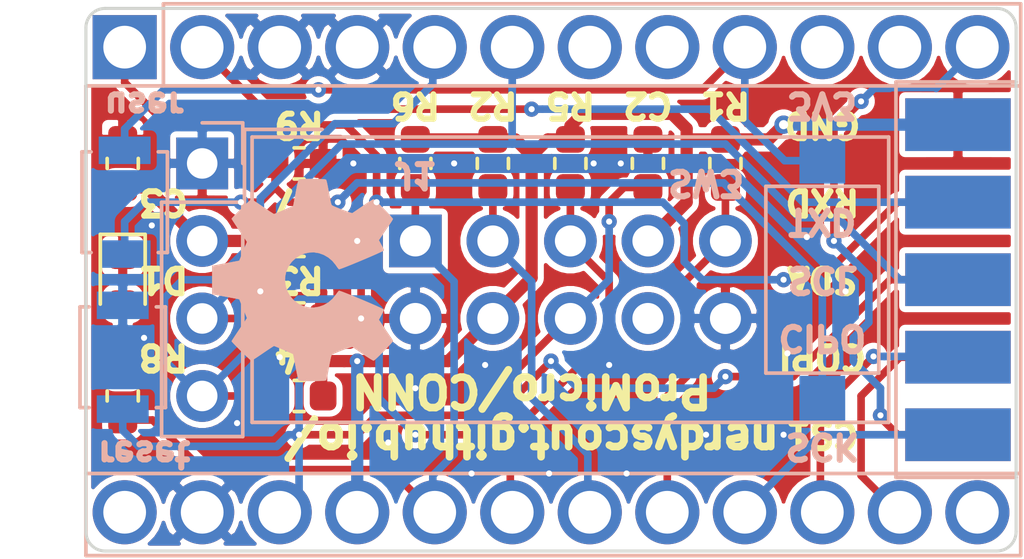
<source format=kicad_pcb>
(kicad_pcb (version 20171130) (host pcbnew 5.1.5)
  (title_block (title CONN) (date 2021-05-01) (rev v1.6) (company nerdyscout))
  (layers (0 F.Cu mixed) (1 In1.Cu signal) (2 In2.Cu signal) (31 B.Cu mixed) (34 B.Paste user) (35 F.Paste user) (36 B.SilkS user) (37 F.SilkS user) (38 B.Mask user) (39 F.Mask user) (44 Edge.Cuts user))
  (net 0 "")
  (net 1 GND)
  (net 2 +3V3)
  (net 3 "Net-(D1-Pad2)")
  (net 4 RXD)
  (net 5 TXD)
  (net 6 COPI)
  (net 7 SDA)
  (net 8 CIPO)
  (net 9 SCL)
  (net 10 SCK)
  (net 11 TDI)
  (net 12 TDO)
  (net 13 BTN)
  (net 14 TMS)
  (net 15 TCK)
  (net 16 CS1)
  (net 17 ~RST)
  (net 18 "Net-(R9-Pad2)")
  (net 19 "Net-(A1-Pad13)")
  (net 20 "Net-(A1-Pad7)")
  (net 21 "Net-(A1-Pad8)")
  (net 22 "Net-(A1-Pad10)")
  (net 23 "Net-(A1-Pad11)")
  (net 24 +5V)
  (net 25 "Net-(J1-Pad8)")
  (module Button_Switch_SMD:SW_SPST_CK_RS282G05A3 (layer B.Cu) (at 160.02 111.76 90)
    (fp_text reference SW3 (at 3.175 -3.81 180 unlocked) (layer B.SilkS) (effects (font (size 0.8 0.8) (thickness 0.2)) (justify mirror)))
    (fp_text value user)
    (fp_line (start -3.06 -1.85) (end -3.06 1.85) (layer B.SilkS) (width 0.12))
    (fp_line (start 3.06 -1.85) (end -3.06 -1.85) (layer B.SilkS) (width 0.12))
    (fp_line (start 3.06 1.85) (end 3.06 -1.85) (layer B.SilkS) (width 0.12))
    (fp_line (start -3.06 1.85) (end 3.06 1.85) (layer B.SilkS) (width 0.12))
    (pad 2 smd rect (at 3.9 0 90) (size 1.5 1.5) (layers B.Cu B.Paste B.Mask) (net 13 BTN))
    (pad 1 smd rect (at -3.9 0 90) (size 1.5 1.5) (layers B.Cu B.Paste B.Mask) (net 18 "Net-(R9-Pad2)"))
  )
  (module Connector_IDC:IDC-Header_2x05_P2.54mm_Vertical (layer B.Cu) (at 146.685 110.49 270)
    (fp_text reference J1 (at -2.159 0 180 unlocked) (layer B.SilkS) (effects (font (size 0.8 0.8) (thickness 0.2)) (justify mirror)))
    (fp_text value AVR-JTAG-10)
    (fp_line (start -3.655 5.6) (end -1.115 5.6) (layer B.SilkS) (width 0.12))
    (fp_line (start -3.655 5.6) (end -3.655 3.06) (layer B.SilkS) (width 0.12))
    (fp_line (start -3.405 5.35) (end 5.945 5.35) (layer B.SilkS) (width 0.12))
    (fp_line (start -3.405 -15.51) (end -3.405 5.35) (layer B.SilkS) (width 0.12))
    (fp_line (start 5.945 -15.51) (end -3.405 -15.51) (layer B.SilkS) (width 0.12))
    (fp_line (start 5.945 5.35) (end 5.945 -15.51) (layer B.SilkS) (width 0.12))
    (pad 10 thru_hole oval (at 2.54 -10.16 270) (size 1.7272 1.7272) (drill 1.016) (layers *.Cu *.Mask) (net 1 GND))
    (pad 9 thru_hole oval (at 0 -10.16 270) (size 1.7272 1.7272) (drill 1.016) (layers *.Cu *.Mask) (net 11 TDI))
    (pad 8 thru_hole oval (at 2.54 -7.62 270) (size 1.7272 1.7272) (drill 1.016) (layers *.Cu *.Mask) (net 25 "Net-(J1-Pad8)"))
    (pad 7 thru_hole oval (at 0 -7.62 270) (size 1.7272 1.7272) (drill 1.016) (layers *.Cu *.Mask) (net 2 +3V3))
    (pad 6 thru_hole oval (at 2.54 -5.08 270) (size 1.7272 1.7272) (drill 1.016) (layers *.Cu *.Mask) (net 17 ~RST))
    (pad 5 thru_hole oval (at 0 -5.08 270) (size 1.7272 1.7272) (drill 1.016) (layers *.Cu *.Mask) (net 14 TMS))
    (pad 4 thru_hole oval (at 2.54 -2.54 270) (size 1.7272 1.7272) (drill 1.016) (layers *.Cu *.Mask) (net 2 +3V3))
    (pad 3 thru_hole oval (at 0 -2.54 270) (size 1.7272 1.7272) (drill 1.016) (layers *.Cu *.Mask) (net 12 TDO))
    (pad 2 thru_hole oval (at 2.54 0 270) (size 1.7272 1.7272) (drill 1.016) (layers *.Cu *.Mask) (net 1 GND))
    (pad 1 thru_hole rect (at 0 0 270) (size 1.7272 1.7272) (drill 1.016) (layers *.Cu *.Mask) (net 15 TCK))
  )
  (module Resistor_SMD:R_0603_1608Metric (layer F.Cu) (at 142.875 115.57)
    (fp_text reference R4 (at 0 -1.27 180 unlocked) (layer F.SilkS) (effects (font (size 0.8 0.8) (thickness 0.2))))
    (fp_text value 4k7)
    (fp_line (start -0.162779 0.51) (end 0.162779 0.51) (layer F.SilkS) (width 0.12))
    (fp_line (start -0.162779 -0.51) (end 0.162779 -0.51) (layer F.SilkS) (width 0.12))
    (pad 2 smd roundrect (at 0.7875 0) (size 0.875 0.95) (layers F.Cu F.Paste F.Mask) (net 2 +3V3))
    (pad 1 smd roundrect (at -0.7875 0) (size 0.875 0.95) (layers F.Cu F.Paste F.Mask) (net 7 SDA))
  )
  (module Symbol:OSHW-Symbol_6.7x6mm_SilkScreen (layer B.Cu) (at 143.002 111.76 270)
    (fp_text reference LOGO1 hide)
    (fp_text value Logo_Open_Hardware_Small hide)
    (fp_poly (pts (xy 0.555814 2.531069) (xy 0.639635 2.086445) (xy 0.94892 1.958947) (xy 1.258206 1.831449) (xy 1.629246 2.083754) (xy 1.733157 2.154004) (xy 1.827087 2.216728) (xy 1.906652 2.269062) (xy 1.96747 2.308143) (xy 2.005157 2.331107) (xy 2.015421 2.336058) (xy 2.03391 2.323324) (xy 2.07342 2.288118) (xy 2.129522 2.234938) (xy 2.197787 2.168282) (xy 2.273786 2.092646) (xy 2.353092 2.012528) (xy 2.431275 1.932426) (xy 2.503907 1.856836) (xy 2.566559 1.790255) (xy 2.614803 1.737182) (xy 2.64421 1.702113) (xy 2.651241 1.690377) (xy 2.641123 1.66874) (xy 2.612759 1.621338) (xy 2.569129 1.552807) (xy 2.513218 1.467785) (xy 2.448006 1.370907) (xy 2.410219 1.31565) (xy 2.341343 1.214752) (xy 2.28014 1.123701) (xy 2.229578 1.04703) (xy 2.192628 0.989272) (xy 2.172258 0.954957) (xy 2.169197 0.947746) (xy 2.176136 0.927252) (xy 2.195051 0.879487) (xy 2.223087 0.811168) (xy 2.257391 0.729011) (xy 2.295109 0.63973) (xy 2.333387 0.550042) (xy 2.36937 0.466662) (xy 2.400206 0.396306) (xy 2.423039 0.34569) (xy 2.435017 0.321529) (xy 2.435724 0.320578) (xy 2.454531 0.315964) (xy 2.504618 0.305672) (xy 2.580793 0.290713) (xy 2.677865 0.272099) (xy 2.790643 0.250841) (xy 2.856442 0.238582) (xy 2.97695 0.215638) (xy 3.085797 0.193805) (xy 3.177476 0.174278) (xy 3.246481 0.158252) (xy 3.287304 0.146921) (xy 3.295511 0.143326) (xy 3.303548 0.118994) (xy 3.310033 0.064041) (xy 3.31497 -0.015108) (xy 3.318364 -0.112026) (xy 3.320218 -0.220287) (xy 3.320538 -0.333465) (xy 3.319327 -0.445135) (xy 3.31659 -0.548868) (xy 3.312331 -0.638241) (xy 3.306555 -0.706826) (xy 3.299267 -0.748197) (xy 3.294895 -0.75681) (xy 3.268764 -0.767133) (xy 3.213393 -0.781892) (xy 3.136107 -0.799352) (xy 3.04423 -0.81778) (xy 3.012158 -0.823741) (xy 2.857524 -0.852066) (xy 2.735375 -0.874876) (xy 2.641673 -0.89308) (xy 2.572384 -0.907583) (xy 2.523471 -0.919292) (xy 2.490897 -0.929115) (xy 2.470628 -0.937956) (xy 2.458626 -0.946724) (xy 2.456947 -0.948457) (xy 2.440184 -0.976371) (xy 2.414614 -1.030695) (xy 2.382788 -1.104777) (xy 2.34726 -1.191965) (xy 2.310583 -1.285608) (xy 2.275311 -1.379052) (xy 2.243996 -1.465647) (xy 2.219193 -1.53874) (xy 2.203454 -1.591678) (xy 2.199332 -1.617811) (xy 2.199676 -1.618726) (xy 2.213641 -1.640086) (xy 2.245322 -1.687084) (xy 2.291391 -1.754827) (xy 2.348518 -1.838423) (xy 2.413373 -1.932982) (xy 2.431843 -1.959854) (xy 2.497699 -2.057275) (xy 2.55565 -2.146163) (xy 2.602538 -2.221412) (xy 2.635207 -2.27792) (xy 2.6505 -2.310581) (xy 2.651241 -2.314593) (xy 2.638392 -2.335684) (xy 2.602888 -2.377464) (xy 2.549293 -2.435445) (xy 2.482171 -2.505135) (xy 2.406087 -2.582045) (xy 2.325604 -2.661683) (xy 2.245287 -2.739561) (xy 2.169699 -2.811186) (xy 2.103405 -2.87207) (xy 2.050969 -2.917721) (xy 2.016955 -2.94365) (xy 2.007545 -2.947883) (xy 1.985643 -2.937912) (xy 1.9408 -2.91102) (xy 1.880321 -2.871736) (xy 1.833789 -2.840117) (xy 1.749475 -2.782098) (xy 1.649626 -2.713784) (xy 1.549473 -2.645579) (xy 1.495627 -2.609075) (xy 1.313371 -2.4858) (xy 1.160381 -2.56852) (xy 1.090682 -2.604759) (xy 1.031414 -2.632926) (xy 0.991311 -2.648991) (xy 0.981103 -2.651226) (xy 0.968829 -2.634722) (xy 0.944613 -2.588082) (xy 0.910263 -2.515609) (xy 0.867588 -2.421606) (xy 0.818394 -2.310374) (xy 0.76449 -2.186215) (xy 0.707684 -2.053432) (xy 0.649782 -1.916327) (xy 0.592593 -1.779202) (xy 0.537924 -1.646358) (xy 0.487584 -1.522098) (xy 0.44338 -1.410725) (xy 0.407119 -1.316539) (xy 0.380609 -1.243844) (xy 0.365658 -1.196941) (xy 0.363254 -1.180833) (xy 0.382311 -1.160286) (xy 0.424036 -1.126933) (xy 0.479706 -1.087702) (xy 0.484378 -1.084599) (xy 0.628264 -0.969423) (xy 0.744283 -0.835053) (xy 0.83143 -0.685784) (xy 0.888699 -0.525913) (xy 0.915086 -0.359737) (xy 0.909585 -0.191552) (xy 0.87119 -0.025655) (xy 0.798895 0.133658) (xy 0.777626 0.168513) (xy 0.666996 0.309263) (xy 0.536302 0.422286) (xy 0.390064 0.506997) (xy 0.232808 0.562806) (xy 0.069057 0.589126) (xy -0.096667 0.58537) (xy -0.259838 0.55095) (xy -0.415935 0.485277) (xy -0.560433 0.387765) (xy -0.605131 0.348187) (xy -0.718888 0.224297) (xy -0.801782 0.093876) (xy -0.858644 -0.052315) (xy -0.890313 -0.197088) (xy -0.898131 -0.35986) (xy -0.872062 -0.52344) (xy -0.814755 -0.682298) (xy -0.728856 -0.830906) (xy -0.617014 -0.963735) (xy -0.481877 -1.075256) (xy -0.464117 -1.087011) (xy -0.40785 -1.125508) (xy -0.365077 -1.158863) (xy -0.344628 -1.18016) (xy -0.344331 -1.180833) (xy -0.348721 -1.203871) (xy -0.366124 -1.256157) (xy -0.394732 -1.33339) (xy -0.432735 -1.431268) (xy -0.478326 -1.545491) (xy -0.529697 -1.671758) (xy -0.585038 -1.805767) (xy -0.642542 -1.943218) (xy -0.700399 -2.079808) (xy -0.756802 -2.211237) (xy -0.809942 -2.333205) (xy -0.85801 -2.441409) (xy -0.899199 -2.531549) (xy -0.931699 -2.599323) (xy -0.953703 -2.64043) (xy -0.962564 -2.651226) (xy -0.98964 -2.642819) (xy -1.040303 -2.620272) (xy -1.105817 -2.587613) (xy -1.141841 -2.56852) (xy -1.294832 -2.4858) (xy -1.477088 -2.609075) (xy -1.570125 -2.672228) (xy -1.671985 -2.741727) (xy -1.767438 -2.807165) (xy -1.81525 -2.840117) (xy -1.882495 -2.885273) (xy -1.939436 -2.921057) (xy -1.978646 -2.942938) (xy -1.991381 -2.947563) (xy -2.009917 -2.935085) (xy -2.050941 -2.900252) (xy -2.110475 -2.846678) (xy -2.184542 -2.777983) (xy -2.269165 -2.697781) (xy -2.322685 -2.646286) (xy -2.416319 -2.554286) (xy -2.497241 -2.471999) (xy -2.562177 -2.402945) (xy -2.607858 -2.350644) (xy -2.631011 -2.318616) (xy -2.633232 -2.312116) (xy -2.622924 -2.287394) (xy -2.594439 -2.237405) (xy -2.550937 -2.167212) (xy -2.495577 -2.081875) (xy -2.43152 -1.986456) (xy -2.413303 -1.959854) (xy -2.346927 -1.863167) (xy -2.287378 -1.776117) (xy -2.237984 -1.703595) (xy -2.202075 -1.650493) (xy -2.182981 -1.621703) (xy -2.181136 -1.618726) (xy -2.183895 -1.595782) (xy -2.198538 -1.545336) (xy -2.222513 -1.474041) (xy -2.253266 -1.388547) (xy -2.288244 -1.295507) (xy -2.324893 -1.201574) (xy -2.360661 -1.113399) (xy -2.392994 -1.037634) (xy -2.419338 -0.980931) (xy -2.437142 -0.949943) (xy -2.438407 -0.948457) (xy -2.449294 -0.939601) (xy -2.467682 -0.930843) (xy -2.497606 -0.921277) (xy -2.543103 -0.909996) (xy -2.608209 -0.896093) (xy -2.696961 -0.878663) (xy -2.813393 -0.856798) (xy -2.961542 -0.829591) (xy -2.993618 -0.823741) (xy -3.088686 -0.805374) (xy -3.171565 -0.787405) (xy -3.23493 -0.771569) (xy -3.271458 -0.7596) (xy -3.276356 -0.75681) (xy -3.284427 -0.732072) (xy -3.290987 -0.67679) (xy -3.296033 -0.597389) (xy -3.299559 -0.500296) (xy -3.301561 -0.391938) (xy -3.302036 -0.27874) (xy -3.300977 -0.167128) (xy -3.298382 -0.063529) (xy -3.294246 0.025632) (xy -3.288563 0.093928) (xy -3.281331 0.134934) (xy -3.276971 0.143326) (xy -3.252698 0.151792) (xy -3.197426 0.165565) (xy -3.116662 0.18345) (xy -3.015912 0.204252) (xy -2.900683 0.226777) (xy -2.837902 0.238582) (xy -2.718787 0.260849) (xy -2.612565 0.281021) (xy -2.524427 0.298085) (xy -2.459566 0.311031) (xy -2.423174 0.318845) (xy -2.417184 0.320578) (xy -2.407061 0.34011) (xy -2.385662 0.387157) (xy -2.355839 0.454997) (xy -2.320445 0.536909) (xy -2.282332 0.626172) (xy -2.244353 0.716065) (xy -2.20936 0.799865) (xy -2.180206 0.870853) (xy -2.159743 0.922306) (xy -2.150823 0.947503) (xy -2.150657 0.948604) (xy -2.160769 0.968481) (xy -2.189117 1.014223) (xy -2.232723 1.081283) (xy -2.288606 1.165116) (xy -2.353787 1.261174) (xy -2.391679 1.31635) (xy -2.460725 1.417519) (xy -2.52205 1.50937) (xy -2.572663 1.587256) (xy -2.609571 1.646531) (xy -2.629782 1.682549) (xy -2.632701 1.690623) (xy -2.620153 1.709416) (xy -2.585463 1.749543) (xy -2.533063 1.806507) (xy -2.467384 1.875815) (xy -2.392856 1.952969) (xy -2.313913 2.033475) (xy -2.234983 2.112837) (xy -2.1605 2.18656) (xy -2.094894 2.250148) (xy -2.042596 2.299106) (xy -2.008039 2.328939) (xy -1.996478 2.336058) (xy -1.977654 2.326047) (xy -1.932631 2.297922) (xy -1.865787 2.254546) (xy -1.781499 2.198782) (xy -1.684144 2.133494) (xy -1.610707 2.083754) (xy -1.239667 1.831449) (xy -0.621095 2.086445) (xy -0.537275 2.531069) (xy -0.453454 2.975693) (xy 0.471994 2.975693) (xy 0.555814 2.531069)) (layer B.SilkS) (width 0.01))
  )
  (module Module:Sparkfun_Pro_Micro (layer B.Cu) (at 137.16 104.14 270)
    (fp_text reference A1 hide)
    (fp_text value Sparkfun_Pro_Micro)
    (fp_line (start 16.66 1.27) (end 1.27 1.27) (layer B.SilkS) (width 0.12))
    (fp_line (start 16.66 -29.36) (end 16.66 1.27) (layer B.SilkS) (width 0.12))
    (fp_line (start -1.42 -29.36) (end 16.66 -29.36) (layer B.SilkS) (width 0.12))
    (fp_line (start 1.27 1.27) (end 1.27 -29.36) (layer B.SilkS) (width 0.12))
    (fp_line (start 1.27 -1.27) (end -1.42 -1.27) (layer B.SilkS) (width 0.12))
    (fp_line (start 13.97 1.27) (end 13.97 -29.36) (layer B.SilkS) (width 0.12))
    (fp_line (start -1.42 -1.27) (end -1.42 -29.36) (layer B.SilkS) (width 0.12))
    (pad 1 thru_hole rect (at 0 0 270) (size 2.1 2.1) (drill 1.4) (layers *.Cu *.Mask) (net 4 RXD))
    (pad 2 thru_hole circle (at 0 -2.54 270) (size 2.1 2.1) (drill 1.4) (layers *.Cu *.Mask) (net 5 TXD))
    (pad 3 thru_hole circle (at 0 -5.08 270) (size 2.1 2.1) (drill 1.4) (layers *.Cu *.Mask) (net 1 GND))
    (pad 13 thru_hole circle (at 15.24 -27.94 270) (size 2.1 2.1) (drill 1.4) (layers *.Cu *.Mask) (net 19 "Net-(A1-Pad13)"))
    (pad 4 thru_hole circle (at 0 -7.62 270) (size 2.1 2.1) (drill 1.4) (layers *.Cu *.Mask) (net 1 GND))
    (pad 14 thru_hole circle (at 15.24 -25.4 270) (size 2.1 2.1) (drill 1.4) (layers *.Cu *.Mask) (net 6 COPI))
    (pad 5 thru_hole circle (at 0 -10.16 270) (size 2.1 2.1) (drill 1.4) (layers *.Cu *.Mask) (net 7 SDA))
    (pad 15 thru_hole circle (at 15.24 -22.86 270) (size 2.1 2.1) (drill 1.4) (layers *.Cu *.Mask) (net 8 CIPO))
    (pad 6 thru_hole circle (at 0 -12.7 270) (size 2.1 2.1) (drill 1.4) (layers *.Cu *.Mask) (net 9 SCL))
    (pad 16 thru_hole circle (at 15.24 -20.32 270) (size 2.1 2.1) (drill 1.4) (layers *.Cu *.Mask) (net 10 SCK))
    (pad 7 thru_hole circle (at 0 -15.24 270) (size 2.1 2.1) (drill 1.4) (layers *.Cu *.Mask) (net 20 "Net-(A1-Pad7)"))
    (pad 17 thru_hole circle (at 15.24 -17.78 270) (size 2.1 2.1) (drill 1.4) (layers *.Cu *.Mask) (net 11 TDI))
    (pad 8 thru_hole circle (at 0 -17.78 270) (size 2.1 2.1) (drill 1.4) (layers *.Cu *.Mask) (net 21 "Net-(A1-Pad8)"))
    (pad 18 thru_hole circle (at 15.24 -15.24 270) (size 2.1 2.1) (drill 1.4) (layers *.Cu *.Mask) (net 12 TDO))
    (pad 9 thru_hole circle (at 0 -20.32 270) (size 2.1 2.1) (drill 1.4) (layers *.Cu *.Mask) (net 13 BTN))
    (pad 19 thru_hole circle (at 15.24 -12.7 270) (size 2.1 2.1) (drill 1.4) (layers *.Cu *.Mask) (net 14 TMS))
    (pad 10 thru_hole circle (at 0 -22.86 270) (size 2.1 2.1) (drill 1.4) (layers *.Cu *.Mask) (net 22 "Net-(A1-Pad10)"))
    (pad 20 thru_hole circle (at 15.24 -10.16 270) (size 2.1 2.1) (drill 1.4) (layers *.Cu *.Mask) (net 15 TCK))
    (pad 11 thru_hole circle (at 0 -25.4 270) (size 2.1 2.1) (drill 1.4) (layers *.Cu *.Mask) (net 23 "Net-(A1-Pad11)"))
    (pad 21 thru_hole circle (at 15.24 -7.62 270) (size 2.1 2.1) (drill 1.4) (layers *.Cu *.Mask) (net 2 +3V3))
    (pad 12 thru_hole circle (at 0 -27.94 270) (size 2.1 2.1) (drill 1.4) (layers *.Cu *.Mask) (net 16 CS1))
    (pad 22 thru_hole circle (at 15.24 -5.08 270) (size 2.1 2.1) (drill 1.4) (layers *.Cu *.Mask) (net 17 ~RST))
    (pad 23 thru_hole circle (at 15.24 -2.54 270) (size 2.1 2.1) (drill 1.4) (layers *.Cu *.Mask) (net 1 GND))
    (pad 24 thru_hole circle (at 15.24 0 270) (size 2.1 2.1) (drill 1.4) (layers *.Cu *.Mask) (net 24 +5V))
  )
  (module Button_Switch_SMD:SW_SPST_B3U-1000P (layer B.Cu) (at 137.16 109.22 90)
    (fp_text reference SW2 hide)
    (fp_text value user (at 3.175 0.635 180 unlocked) (layer B.SilkS) (effects (font (size 0.8 0.8) (thickness 0.2)) (justify mirror)))
    (fp_line (start 1.65 1.4) (end 1.65 1.1) (layer B.SilkS) (width 0.12))
    (fp_line (start -1.65 1.4) (end 1.65 1.4) (layer B.SilkS) (width 0.12))
    (fp_line (start -1.65 1.1) (end -1.65 1.4) (layer B.SilkS) (width 0.12))
    (fp_line (start 1.65 -1.4) (end 1.65 -1.1) (layer B.SilkS) (width 0.12))
    (fp_line (start -1.65 -1.4) (end 1.65 -1.4) (layer B.SilkS) (width 0.12))
    (fp_line (start -1.65 -1.1) (end -1.65 -1.4) (layer B.SilkS) (width 0.12))
    (pad 2 smd rect (at 1.7 0 90) (size 0.9 1.7) (layers B.Cu B.Paste B.Mask) (net 13 BTN))
    (pad 1 smd rect (at -1.7 0 90) (size 0.9 1.7) (layers B.Cu B.Paste B.Mask) (net 18 "Net-(R9-Pad2)"))
  )
  (module Resistor_SMD:R_0603_1608Metric (layer F.Cu) (at 142.875 107.95 180)
    (fp_text reference R9 (at 0 1.27 180 unlocked) (layer F.SilkS) (effects (font (size 0.8 0.8) (thickness 0.2))))
    (fp_text value 4k7 hide)
    (fp_line (start -0.162779 0.51) (end 0.162779 0.51) (layer F.SilkS) (width 0.12))
    (fp_line (start -0.162779 -0.51) (end 0.162779 -0.51) (layer F.SilkS) (width 0.12))
    (pad 2 smd roundrect (at 0.7875 0 180) (size 0.875 0.95) (layers F.Cu F.Paste F.Mask) (net 18 "Net-(R9-Pad2)"))
    (pad 1 smd roundrect (at -0.7875 0 180) (size 0.875 0.95) (layers F.Cu F.Paste F.Mask) (net 1 GND))
  )
  (module Connector_PCBEdge:UEXT (layer B.Cu) (at 164.465 111.76 180)
    (fp_text reference J2 hide)
    (fp_text value UEXT_Host hide)
    (fp_line (start 2.032 6.477) (end 2.032 -6.477) (layer B.SilkS) (width 0.12))
    (fp_line (start 2.032 -6.477) (end -1.905 -6.477) (layer B.SilkS) (width 0.12))
    (fp_line (start -1.905 6.48) (end 2.032 6.48) (layer B.SilkS) (width 0.12))
    (pad 7 smd rect (at 0 -2.54 180) (size 3.4544 1.7272) (layers B.Cu B.Mask) (net 8 CIPO))
    (pad 8 smd rect (at 0 -2.54 180) (size 3.4544 1.7272) (layers F.Cu F.Mask) (net 6 COPI))
    (pad 9 smd rect (at 0 -5.08 180) (size 3.4544 1.7272) (layers B.Cu B.Mask) (net 10 SCK))
    (pad 10 smd rect (at 0 -5.08 180) (size 3.4544 1.7272) (layers F.Cu F.Mask) (net 16 CS1))
    (pad 6 smd rect (at 0 0 180) (size 3.4544 1.7272) (layers F.Cu F.Mask) (net 7 SDA))
    (pad 5 smd rect (at 0 0 180) (size 3.4544 1.7272) (layers B.Cu B.Mask) (net 9 SCL))
    (pad 4 smd rect (at 0 2.54 180) (size 3.4544 1.7272) (layers F.Cu F.Mask) (net 4 RXD))
    (pad 3 smd rect (at 0 2.54 180) (size 3.4544 1.7272) (layers B.Cu B.Mask) (net 5 TXD))
    (pad 2 smd rect (at 0 5.08 180) (size 3.4544 1.7272) (layers F.Cu F.Mask) (net 1 GND))
    (pad 1 smd rect (at 0 5.08 180) (size 3.4544 1.7272) (layers B.Cu B.Mask) (net 2 +3V3))
  )
  (module Resistor_SMD:R_0603_1608Metric (layer F.Cu) (at 137.096548 115.57 270)
    (fp_text reference R8 (at -1.27 -1.333452 180 unlocked) (layer F.SilkS) (effects (font (size 0.8 0.8) (thickness 0.2))))
    (fp_text value 1k hide)
    (fp_line (start -0.162779 -0.51) (end 0.162779 -0.51) (layer F.SilkS) (width 0.12))
    (fp_line (start -0.162779 0.51) (end 0.162779 0.51) (layer F.SilkS) (width 0.12))
    (pad 2 smd roundrect (at 0.7875 0 270) (size 0.875 0.95) (layers F.Cu F.Paste F.Mask) (net 15 TCK))
    (pad 1 smd roundrect (at -0.7875 0 270) (size 0.875 0.95) (layers F.Cu F.Paste F.Mask) (net 3 "Net-(D1-Pad2)"))
  )
  (module Resistor_SMD:R_0603_1608Metric (layer F.Cu) (at 142.875 110.49 180)
    (fp_text reference R7 (at 0 1.27 180 unlocked) (layer F.SilkS) (effects (font (size 0.8 0.8) (thickness 0.2))))
    (fp_text value 4k7 hide)
    (fp_line (start -0.162779 -0.51) (end 0.162779 -0.51) (layer F.SilkS) (width 0.12))
    (fp_line (start -0.162779 0.51) (end 0.162779 0.51) (layer F.SilkS) (width 0.12))
    (pad 2 smd roundrect (at 0.7875 0 180) (size 0.875 0.95) (layers F.Cu F.Paste F.Mask) (net 2 +3V3))
    (pad 1 smd roundrect (at -0.7875 0 180) (size 0.875 0.95) (layers F.Cu F.Paste F.Mask) (net 17 ~RST))
  )
  (module Resistor_SMD:R_0603_1608Metric (layer F.Cu) (at 146.685 107.95 90)
    (fp_text reference R6 (at 1.905 0 180 unlocked) (layer F.SilkS) (effects (font (size 0.8 0.8) (thickness 0.2))))
    (fp_text value 4k7 hide)
    (fp_line (start -0.162779 -0.51) (end 0.162779 -0.51) (layer F.SilkS) (width 0.12))
    (fp_line (start -0.162779 0.51) (end 0.162779 0.51) (layer F.SilkS) (width 0.12))
    (pad 2 smd roundrect (at 0.7875 0 90) (size 0.875 0.95) (layers F.Cu F.Paste F.Mask) (net 2 +3V3))
    (pad 1 smd roundrect (at -0.7875 0 90) (size 0.875 0.95) (layers F.Cu F.Paste F.Mask) (net 15 TCK))
  )
  (module Resistor_SMD:R_0603_1608Metric (layer F.Cu) (at 151.765 107.95 90)
    (fp_text reference R5 (at 1.905 0 180 unlocked) (layer F.SilkS) (effects (font (size 0.8 0.8) (thickness 0.2))))
    (fp_text value 4k7 hide)
    (fp_line (start -0.162779 -0.51) (end 0.162779 -0.51) (layer F.SilkS) (width 0.12))
    (fp_line (start -0.162779 0.51) (end 0.162779 0.51) (layer F.SilkS) (width 0.12))
    (pad 2 smd roundrect (at 0.7875 0 90) (size 0.875 0.95) (layers F.Cu F.Paste F.Mask) (net 2 +3V3))
    (pad 1 smd roundrect (at -0.7875 0 90) (size 0.875 0.95) (layers F.Cu F.Paste F.Mask) (net 14 TMS))
  )
  (module Resistor_SMD:R_0603_1608Metric (layer F.Cu) (at 142.875 113.03)
    (fp_text reference R3 (at 0 -1.27 180 unlocked) (layer F.SilkS) (effects (font (size 0.8 0.8) (thickness 0.2))))
    (fp_text value 4k7 hide)
    (fp_line (start -0.162779 -0.51) (end 0.162779 -0.51) (layer F.SilkS) (width 0.12))
    (fp_line (start -0.162779 0.51) (end 0.162779 0.51) (layer F.SilkS) (width 0.12))
    (pad 2 smd roundrect (at 0.7875 0) (size 0.875 0.95) (layers F.Cu F.Paste F.Mask) (net 2 +3V3))
    (pad 1 smd roundrect (at -0.7875 0) (size 0.875 0.95) (layers F.Cu F.Paste F.Mask) (net 9 SCL))
  )
  (module Resistor_SMD:R_0603_1608Metric (layer F.Cu) (at 149.225 107.95 90)
    (fp_text reference R2 (at 1.905 0 180 unlocked) (layer F.SilkS) (effects (font (size 0.8 0.8) (thickness 0.2))))
    (fp_text value 4k7 hide)
    (fp_line (start -0.162779 -0.51) (end 0.162779 -0.51) (layer F.SilkS) (width 0.12))
    (fp_line (start -0.162779 0.51) (end 0.162779 0.51) (layer F.SilkS) (width 0.12))
    (pad 2 smd roundrect (at 0.7875 0 90) (size 0.875 0.95) (layers F.Cu F.Paste F.Mask) (net 2 +3V3))
    (pad 1 smd roundrect (at -0.7875 0 90) (size 0.875 0.95) (layers F.Cu F.Paste F.Mask) (net 12 TDO))
  )
  (module Resistor_SMD:R_0603_1608Metric (layer F.Cu) (at 156.845 107.95 90)
    (fp_text reference R1 (at 1.905 0 180 unlocked) (layer F.SilkS) (effects (font (size 0.8 0.8) (thickness 0.2))))
    (fp_text value 4k7 hide)
    (fp_line (start -0.162779 -0.51) (end 0.162779 -0.51) (layer F.SilkS) (width 0.12))
    (fp_line (start -0.162779 0.51) (end 0.162779 0.51) (layer F.SilkS) (width 0.12))
    (pad 2 smd roundrect (at 0.7875 0 90) (size 0.875 0.95) (layers F.Cu F.Paste F.Mask) (net 2 +3V3))
    (pad 1 smd roundrect (at -0.7875 0 90) (size 0.875 0.95) (layers F.Cu F.Paste F.Mask) (net 11 TDI))
  )
  (module Capacitor_SMD:C_0603_1608Metric (layer F.Cu) (at 137.096548 107.95 90)
    (fp_text reference C3 (at -1.27 1.333452 180 unlocked) (layer F.SilkS) (effects (font (size 0.8 0.8) (thickness 0.2))))
    (fp_text value 100n hide)
    (fp_line (start -0.162779 -0.51) (end 0.162779 -0.51) (layer F.SilkS) (width 0.12))
    (fp_line (start -0.162779 0.51) (end 0.162779 0.51) (layer F.SilkS) (width 0.12))
    (pad 2 smd roundrect (at 0.7875 0 90) (size 0.875 0.95) (layers F.Cu F.Paste F.Mask) (net 1 GND))
    (pad 1 smd roundrect (at -0.7875 0 90) (size 0.875 0.95) (layers F.Cu F.Paste F.Mask) (net 2 +3V3))
  )
  (module Capacitor_SMD:C_0603_1608Metric (layer F.Cu) (at 154.305 107.95 90)
    (fp_text reference C2 (at 1.905 0 180 unlocked) (layer F.SilkS) (effects (font (size 0.8 0.8) (thickness 0.2))))
    (fp_text value 1µ hide)
    (fp_line (start -0.162779 -0.51) (end 0.162779 -0.51) (layer F.SilkS) (width 0.12))
    (fp_line (start -0.162779 0.51) (end 0.162779 0.51) (layer F.SilkS) (width 0.12))
    (pad 2 smd roundrect (at 0.7875 0 90) (size 0.875 0.95) (layers F.Cu F.Paste F.Mask) (net 1 GND))
    (pad 1 smd roundrect (at -0.7875 0 90) (size 0.875 0.95) (layers F.Cu F.Paste F.Mask) (net 17 ~RST))
  )
  (module Button_Switch_SMD:SW_SPST_B3U-1000P (layer B.Cu) (at 137.096548 114.3 270)
    (fp_text reference SW1 hide)
    (fp_text value reset (at 3.175 -0.698452 180 unlocked) (layer B.SilkS) (effects (font (size 0.8 0.8) (thickness 0.2)) (justify mirror)))
    (fp_line (start 1.65 1.4) (end 1.65 1.1) (layer B.SilkS) (width 0.12))
    (fp_line (start -1.65 1.4) (end 1.65 1.4) (layer B.SilkS) (width 0.12))
    (fp_line (start -1.65 1.1) (end -1.65 1.4) (layer B.SilkS) (width 0.12))
    (fp_line (start 1.65 -1.4) (end 1.65 -1.1) (layer B.SilkS) (width 0.12))
    (fp_line (start -1.65 -1.4) (end 1.65 -1.4) (layer B.SilkS) (width 0.12))
    (fp_line (start -1.65 -1.1) (end -1.65 -1.4) (layer B.SilkS) (width 0.12))
    (pad 2 smd rect (at 1.7 0 270) (size 0.9 1.7) (layers B.Cu B.Paste B.Mask) (net 17 ~RST))
    (pad 1 smd rect (at -1.7 0 270) (size 0.9 1.7) (layers B.Cu B.Paste B.Mask) (net 1 GND))
  )
  (module LED_SMD:LED_0603_1608Metric (layer F.Cu) (at 137.096548 111.76 270)
    (fp_text reference D1 (at 0 -1.333452 180 unlocked) (layer F.SilkS) (effects (font (size 0.8 0.8) (thickness 0.2))))
    (fp_text value LED hide)
    (fp_line (start -1.485 0.735) (end 0.8 0.735) (layer F.SilkS) (width 0.12))
    (fp_line (start -1.485 -0.735) (end -1.485 0.735) (layer F.SilkS) (width 0.12))
    (fp_line (start 0.8 -0.735) (end -1.485 -0.735) (layer F.SilkS) (width 0.12))
    (pad 2 smd roundrect (at 0.7875 0 270) (size 0.875 0.95) (layers F.Cu F.Paste F.Mask) (net 3 "Net-(D1-Pad2)"))
    (pad 1 smd roundrect (at -0.7875 0 270) (size 0.875 0.95) (layers F.Cu F.Paste F.Mask) (net 1 GND))
  )
  (module Connector_PinHeader_2.54mm:PinHeader_1x04_P2.54mm_Vertical (layer B.Cu) (at 139.7 107.95 180)
    (fp_text reference J3 hide)
    (fp_text value Display hide)
    (fp_line (start -1.33 -8.95) (end 1.33 -8.95) (layer B.SilkS) (width 0.12))
    (fp_line (start -1.33 -1.27) (end -1.33 -8.95) (layer B.SilkS) (width 0.12))
    (fp_line (start 1.33 -1.27) (end 1.33 -8.95) (layer B.SilkS) (width 0.12))
    (fp_line (start -1.33 -1.27) (end 1.33 -1.27) (layer B.SilkS) (width 0.12))
    (fp_line (start -1.33 0) (end -1.33 1.33) (layer B.SilkS) (width 0.12))
    (fp_line (start -1.33 1.33) (end 0 1.33) (layer B.SilkS) (width 0.12))
    (pad 4 thru_hole circle (at 0 -7.62 180) (size 1.7 1.7) (drill 1) (layers *.Cu *.Mask) (net 7 SDA))
    (pad 3 thru_hole circle (at 0 -5.08 180) (size 1.7 1.7) (drill 1) (layers *.Cu *.Mask) (net 9 SCL))
    (pad 2 thru_hole circle (at 0 -2.54 180) (size 1.7 1.7) (drill 1) (layers *.Cu *.Mask) (net 2 +3V3))
    (pad 1 thru_hole rect (at 0 0 180) (size 1.7 1.7) (drill 1) (layers *.Cu *.Mask) (net 1 GND))
  )
  (gr_text SCK (at 160.02 117.221 180) (layer B.SilkS) (effects (font (size 0.8 0.8) (thickness 0.2)) (justify mirror)))
  (gr_text CIPO (at 160.02 113.665 180) (layer B.SilkS) (effects (font (size 0.8 0.8) (thickness 0.2)) (justify mirror)))
  (gr_text SCL (at 160.02 111.76 180) (layer B.SilkS) (effects (font (size 0.8 0.8) (thickness 0.2)) (justify mirror)))
  (gr_text TXD (at 160.02 109.855 180) (layer B.SilkS) (effects (font (size 0.8 0.8) (thickness 0.2)) (justify mirror)))
  (gr_text 3V3 (at 160.02 106.045 180) (layer B.SilkS) (effects (font (size 0.8 0.8) (thickness 0.2)) (justify mirror)))
  (gr_text CS1 (at 160.02 116.84 180) (layer F.SilkS) (effects (font (size 0.8 0.8) (thickness 0.2))))
  (gr_text COPI (at 160.02 114.3 180) (layer F.SilkS) (effects (font (size 0.8 0.8) (thickness 0.2))))
  (gr_text SDA (at 160.02 111.76 180) (layer F.SilkS) (effects (font (size 0.8 0.8) (thickness 0.2))))
  (gr_text RXD (at 160.02 109.22 180) (layer F.SilkS) (effects (font (size 0.8 0.8) (thickness 0.2))))
  (gr_text GND (at 160.02 106.68 180) (layer F.SilkS) (effects (font (size 0.8 0.8) (thickness 0.2))))
  (gr_line (start 165.735 120.65) (end 136.525 120.65) (layer Edge.Cuts) (width 0.1))
  (gr_line (start 136.525 102.87) (end 165.735 102.87) (layer Edge.Cuts) (width 0.1))
  (gr_text "nerdyscout.github.io/\nProMicro/CONN" (at 150.495 116.205 180) (layer F.SilkS) (effects (font (size 1 1) (thickness 0.25))))
  (gr_arc (start 165.735 103.505) (end 165.735 102.87) (angle 90) (layer Edge.Cuts) (width 0.1))
  (gr_arc (start 165.735 120.015) (end 166.37 120.015) (angle 90) (layer Edge.Cuts) (width 0.1))
  (gr_arc (start 136.525 120.015) (end 136.525 120.65) (angle 90) (layer Edge.Cuts) (width 0.1))
  (gr_arc (start 136.525 103.505) (end 135.89 103.505) (angle 90) (layer Edge.Cuts) (width 0.1))
  (gr_line (start 166.37 120.015) (end 166.37 103.505) (layer Edge.Cuts) (width 0.1))
  (gr_line (start 135.89 103.505) (end 135.89 120.015) (layer Edge.Cuts) (width 0.1))
  (via (at 158.75 116.84) (size 0.5) (drill 0.2) (layers F.Cu B.Cu) (net 1))
  (via (at 156.21 116.84) (size 0.5) (drill 0.2) (layers F.Cu B.Cu) (net 1))
  (via (at 153.606548 118.11) (size 0.5) (drill 0.2) (layers F.Cu B.Cu) (net 1))
  (via (at 148.526548 118.11) (size 0.5) (drill 0.2) (layers F.Cu B.Cu) (net 1))
  (via (at 151.066548 118.11) (size 0.5) (drill 0.2) (layers F.Cu B.Cu) (net 1))
  (via (at 142.24 114.3) (size 0.5) (drill 0.2) (layers F.Cu B.Cu) (net 1))
  (via (at 158.877 114.173) (size 0.5) (drill 0.2) (layers F.Cu B.Cu) (net 1))
  (via (at 144.78 110.49) (size 0.5) (drill 0.2) (layers F.Cu B.Cu) (net 1))
  (via (at 146.685 115.316) (size 0.5) (drill 0.2) (layers F.Cu B.Cu) (net 1))
  (via (at 148.971 114.554) (size 0.5) (drill 0.2) (layers F.Cu B.Cu) (net 1))
  (via (at 137.795 113.665) (size 0.5) (drill 0.2) (layers F.Cu B.Cu) (net 1))
  (via (at 145.796 117.094) (size 0.5) (drill 0.2) (layers F.Cu B.Cu) (net 1))
  (via (at 140.843 116.459) (size 0.5) (drill 0.2) (layers F.Cu B.Cu) (net 1))
  (via (at 141.605 112.141) (size 0.5) (drill 0.2) (layers F.Cu B.Cu) (net 1))
  (via (at 138.049 109.982) (size 0.5) (drill 0.2) (layers F.Cu B.Cu) (net 1))
  (via (at 144.653 107.95) (size 0.5) (drill 0.2) (layers F.Cu B.Cu) (net 1))
  (via (at 147.955 107.95) (size 0.5) (drill 0.2) (layers F.Cu B.Cu) (net 1))
  (via (at 152.527 107.95) (size 0.5) (drill 0.2) (layers F.Cu B.Cu) (net 1))
  (via (at 153.416 107.95) (size 0.5) (drill 0.2) (layers F.Cu B.Cu) (net 1))
  (via (at 159.512 110.363) (size 0.5) (drill 0.2) (layers F.Cu B.Cu) (net 1))
  (via (at 160.782 112.141) (size 0.5) (drill 0.2) (layers F.Cu B.Cu) (net 1))
  (via (at 153.035 114.554) (size 0.5) (drill 0.2) (layers F.Cu B.Cu) (net 1))
  (segment (start 143.599048 115.57) (end 143.599048 114.464952) (width 0.4) (layer F.Cu) (net 2))
  (segment (start 137.096548 108.7375) (end 137.884048 108.7375) (width 0.4) (layer F.Cu) (net 2))
  (segment (start 137.884048 108.7375) (end 138.366548 109.22) (width 0.4) (layer F.Cu) (net 2))
  (segment (start 139.636548 110.49) (end 138.366548 109.22) (width 0.4) (layer F.Cu) (net 2))
  (segment (start 143.637 114.427) (end 144.355736 114.427) (width 0.4) (layer F.Cu) (net 2))
  (segment (start 144.78 119.316548) (end 144.78 114.851264) (width 0.4) (layer B.Cu) (net 2))
  (segment (start 144.78 114.851264) (end 144.78 114.427) (width 0.4) (layer B.Cu) (net 2))
  (segment (start 143.599048 114.464952) (end 143.637 114.427) (width 0.4) (layer F.Cu) (net 2))
  (segment (start 144.355736 114.427) (end 144.78 114.427) (width 0.4) (layer F.Cu) (net 2))
  (segment (start 144.716548 119.38) (end 144.78 119.316548) (width 0.4) (layer B.Cu) (net 2))
  (via (at 144.78 114.427) (size 0.5) (drill 0.2) (layers F.Cu B.Cu) (net 2))
  (segment (start 145.204264 114.427) (end 144.78 114.427) (width 0.4) (layer F.Cu) (net 2))
  (segment (start 150.495 107.95) (end 150.495 111.696548) (width 0.4) (layer F.Cu) (net 2))
  (segment (start 150.495 111.696548) (end 147.764548 114.427) (width 0.4) (layer F.Cu) (net 2))
  (segment (start 147.764548 114.427) (end 145.204264 114.427) (width 0.4) (layer F.Cu) (net 2))
  (segment (start 143.599048 112.1665) (end 143.599048 113.03) (width 0.4) (layer F.Cu) (net 2))
  (segment (start 139.636548 110.49) (end 142.024048 110.49) (width 0.4) (layer F.Cu) (net 2))
  (segment (start 143.192548 111.76) (end 143.599048 112.1665) (width 0.4) (layer F.Cu) (net 2))
  (segment (start 142.024048 110.49) (end 142.024048 111.3535) (width 0.4) (layer F.Cu) (net 2))
  (segment (start 142.024048 111.3535) (end 142.430548 111.76) (width 0.4) (layer F.Cu) (net 2))
  (segment (start 142.430548 111.76) (end 143.192548 111.76) (width 0.4) (layer F.Cu) (net 2))
  (segment (start 143.599048 113.03) (end 143.599048 114.464952) (width 0.4) (layer F.Cu) (net 2))
  (segment (start 150.495 107.696) (end 150.495 107.95) (width 0.4) (layer F.Cu) (net 2))
  (segment (start 151.0285 107.1625) (end 150.495 107.696) (width 0.4) (layer F.Cu) (net 2))
  (segment (start 151.701548 107.1625) (end 151.0285 107.1625) (width 0.4) (layer F.Cu) (net 2))
  (segment (start 149.9615 107.1625) (end 150.495 107.696) (width 0.4) (layer F.Cu) (net 2))
  (segment (start 146.621548 107.1625) (end 149.9615 107.1625) (width 0.4) (layer F.Cu) (net 2))
  (segment (start 155.575 107.1625) (end 156.845 107.1625) (width 0.4) (layer F.Cu) (net 2))
  (segment (start 155.575 109.22) (end 155.575 107.1625) (width 0.4) (layer F.Cu) (net 2))
  (segment (start 154.305 110.49) (end 155.575 109.22) (width 0.4) (layer F.Cu) (net 2))
  (segment (start 155.575 106.807) (end 155.575 107.1625) (width 0.4) (layer F.Cu) (net 2))
  (segment (start 155.09299 106.32499) (end 155.575 106.807) (width 0.4) (layer F.Cu) (net 2))
  (segment (start 152.16501 106.32499) (end 155.09299 106.32499) (width 0.4) (layer F.Cu) (net 2))
  (segment (start 151.765 106.725) (end 152.16501 106.32499) (width 0.4) (layer F.Cu) (net 2))
  (segment (start 151.765 107.1625) (end 151.765 106.725) (width 0.4) (layer F.Cu) (net 2))
  (via (at 158.750006 106.68) (size 0.6) (drill 0.3) (layers F.Cu B.Cu) (net 2))
  (segment (start 164.465 106.68) (end 158.750006 106.68) (width 0.4) (layer B.Cu) (net 2))
  (segment (start 156.845 107.1625) (end 158.267506 107.1625) (width 0.4) (layer F.Cu) (net 2))
  (segment (start 158.267506 107.1625) (end 158.450007 106.979999) (width 0.4) (layer F.Cu) (net 2))
  (segment (start 158.450007 106.979999) (end 158.750006 106.68) (width 0.4) (layer F.Cu) (net 2))
  (segment (start 137.096548 114.7825) (end 137.096548 113.665) (width 0.25) (layer F.Cu) (net 3))
  (segment (start 137.096548 112.5475) (end 137.096548 113.665) (width 0.25) (layer F.Cu) (net 3))
  (segment (start 159.103553 111.76) (end 158.75 111.76) (width 0.25) (layer F.Cu) (net 4))
  (segment (start 164.465 109.22) (end 162.4878 109.22) (width 0.25) (layer F.Cu) (net 4))
  (segment (start 159.9478 111.76) (end 159.103553 111.76) (width 0.25) (layer F.Cu) (net 4))
  (segment (start 162.4878 109.22) (end 159.9478 111.76) (width 0.25) (layer F.Cu) (net 4))
  (via (at 158.75 111.76) (size 0.5) (drill 0.2) (layers F.Cu B.Cu) (net 4))
  (segment (start 155.493601 111.170601) (end 155.493601 109.919471) (width 0.25) (layer B.Cu) (net 4))
  (segment (start 156.083 111.76) (end 155.493601 111.170601) (width 0.25) (layer B.Cu) (net 4))
  (segment (start 158.75 111.76) (end 156.083 111.76) (width 0.25) (layer B.Cu) (net 4))
  (segment (start 145.768553 109.22) (end 145.415 109.22) (width 0.25) (layer B.Cu) (net 4))
  (segment (start 154.79413 109.22) (end 145.768553 109.22) (width 0.25) (layer B.Cu) (net 4))
  (segment (start 155.493601 109.919471) (end 154.79413 109.22) (width 0.25) (layer B.Cu) (net 4))
  (via (at 145.415 109.22) (size 0.5) (drill 0.2) (layers F.Cu B.Cu) (net 4))
  (segment (start 145.415 108.866447) (end 145.415 109.22) (width 0.25) (layer F.Cu) (net 4))
  (segment (start 145.415 107.696) (end 145.415 108.866447) (width 0.25) (layer F.Cu) (net 4))
  (segment (start 144.408012 106.689012) (end 145.415 107.696) (width 0.25) (layer F.Cu) (net 4))
  (segment (start 143.174599 106.689012) (end 144.408012 106.689012) (width 0.25) (layer F.Cu) (net 4))
  (segment (start 143.165587 106.68) (end 143.174599 106.689012) (width 0.25) (layer F.Cu) (net 4))
  (segment (start 138.542 106.68) (end 143.165587 106.68) (width 0.25) (layer F.Cu) (net 4))
  (segment (start 137.16 105.298) (end 138.542 106.68) (width 0.25) (layer F.Cu) (net 4))
  (segment (start 137.16 104.14) (end 137.16 105.298) (width 0.25) (layer F.Cu) (net 4))
  (segment (start 164.401548 109.22) (end 163.766548 108.585) (width 0.25) (layer B.Cu) (net 5))
  (segment (start 159.38782 109.22) (end 156.33982 106.172) (width 0.25) (layer B.Cu) (net 5))
  (segment (start 156.33982 106.172) (end 150.848553 106.172) (width 0.25) (layer B.Cu) (net 5))
  (segment (start 164.465 109.22) (end 159.38782 109.22) (width 0.25) (layer B.Cu) (net 5))
  (segment (start 150.848553 106.172) (end 150.495 106.172) (width 0.25) (layer B.Cu) (net 5))
  (via (at 150.495 106.172) (size 0.5) (drill 0.2) (layers F.Cu B.Cu) (net 5))
  (segment (start 141.668548 106.172) (end 150.495 106.172) (width 0.25) (layer F.Cu) (net 5))
  (segment (start 139.636548 104.14) (end 141.668548 106.172) (width 0.25) (layer F.Cu) (net 5))
  (segment (start 162.56 114.3) (end 164.401548 114.3) (width 0.25) (layer F.Cu) (net 6))
  (segment (start 161.29 115.57) (end 162.56 114.3) (width 0.25) (layer F.Cu) (net 6))
  (segment (start 162.496548 119.38) (end 161.29 118.173452) (width 0.25) (layer F.Cu) (net 6))
  (segment (start 161.29 118.173452) (end 161.29 115.57) (width 0.25) (layer F.Cu) (net 6))
  (segment (start 142.024048 115.57) (end 139.636548 115.57) (width 0.25) (layer F.Cu) (net 7))
  (via (at 146.685 116.84) (size 0.5) (drill 0.2) (layers F.Cu B.Cu) (net 7))
  (via (at 156.845 114.935) (size 0.5) (drill 0.2) (layers F.Cu B.Cu) (net 7))
  (segment (start 162.2425 111.76) (end 164.465 111.76) (width 0.25) (layer F.Cu) (net 7))
  (segment (start 156.845 114.935) (end 159.0675 114.935) (width 0.25) (layer F.Cu) (net 7))
  (segment (start 159.0675 114.935) (end 162.2425 111.76) (width 0.25) (layer F.Cu) (net 7))
  (segment (start 148.717 116.84) (end 150.880001 114.676999) (width 0.25) (layer F.Cu) (net 7))
  (segment (start 146.685 116.84) (end 148.717 116.84) (width 0.25) (layer F.Cu) (net 7))
  (via (at 151.13 114.427) (size 0.5) (drill 0.2) (layers F.Cu B.Cu) (net 7))
  (segment (start 150.880001 114.676999) (end 151.13 114.427) (width 0.25) (layer F.Cu) (net 7))
  (segment (start 151.638 114.935) (end 151.13 114.427) (width 0.25) (layer B.Cu) (net 7))
  (segment (start 152.019 115.316) (end 151.638 114.935) (width 0.25) (layer B.Cu) (net 7))
  (segment (start 156.464 115.316) (end 152.019 115.316) (width 0.25) (layer B.Cu) (net 7))
  (segment (start 156.845 114.935) (end 156.464 115.316) (width 0.25) (layer B.Cu) (net 7))
  (segment (start 147.256548 105.346452) (end 147.256548 104.14) (width 0.25) (layer B.Cu) (net 7))
  (segment (start 146.685 116.84) (end 145.496399 115.651399) (width 0.25) (layer B.Cu) (net 7))
  (segment (start 139.065 111.76) (end 140.169002 111.76) (width 0.25) (layer B.Cu) (net 7))
  (segment (start 145.954726 106.648274) (end 147.256548 105.346452) (width 0.25) (layer B.Cu) (net 7))
  (segment (start 140.169002 111.76) (end 141.605 110.324002) (width 0.25) (layer B.Cu) (net 7))
  (segment (start 142.875 112.395) (end 139.668274 115.601726) (width 0.25) (layer B.Cu) (net 7))
  (segment (start 144.049726 106.648274) (end 145.954726 106.648274) (width 0.25) (layer B.Cu) (net 7))
  (segment (start 145.496399 112.730399) (end 145.161 112.395) (width 0.25) (layer B.Cu) (net 7))
  (segment (start 145.496399 115.651399) (end 145.496399 112.730399) (width 0.25) (layer B.Cu) (net 7))
  (segment (start 141.605 110.324002) (end 141.605 109.093) (width 0.25) (layer B.Cu) (net 7))
  (segment (start 145.161 112.395) (end 142.875 112.395) (width 0.25) (layer B.Cu) (net 7))
  (segment (start 138.461547 114.394999) (end 138.461547 112.363453) (width 0.25) (layer B.Cu) (net 7))
  (segment (start 139.668274 115.601726) (end 138.461547 114.394999) (width 0.25) (layer B.Cu) (net 7))
  (segment (start 141.605 109.093) (end 144.049726 106.648274) (width 0.25) (layer B.Cu) (net 7))
  (segment (start 138.461547 112.363453) (end 139.065 111.76) (width 0.25) (layer B.Cu) (net 7))
  (segment (start 159.956548 119.38) (end 159.956548 116.014452) (width 0.25) (layer F.Cu) (net 8))
  (segment (start 164.375954 114.274406) (end 162.050147 114.274406) (width 0.25) (layer B.Cu) (net 8))
  (via (at 161.696594 114.274406) (size 0.5) (drill 0.2) (layers F.Cu B.Cu) (net 8))
  (segment (start 159.956548 116.014452) (end 161.446595 114.524405) (width 0.25) (layer F.Cu) (net 8))
  (segment (start 161.446595 114.524405) (end 161.696594 114.274406) (width 0.25) (layer F.Cu) (net 8))
  (segment (start 164.401548 114.3) (end 164.375954 114.274406) (width 0.25) (layer B.Cu) (net 8))
  (segment (start 162.050147 114.274406) (end 161.696594 114.274406) (width 0.25) (layer B.Cu) (net 8))
  (segment (start 142.024048 113.03) (end 139.636548 113.03) (width 0.25) (layer F.Cu) (net 9))
  (segment (start 149.86 104.14) (end 149.86 105.41) (width 0.25) (layer B.Cu) (net 9))
  (segment (start 149.86 105.41) (end 149.86 105.626002) (width 0.25) (layer B.Cu) (net 9))
  (segment (start 139.636548 113.03) (end 139.7 113.03) (width 0.25) (layer B.Cu) (net 9))
  (segment (start 162.56 111.76) (end 164.401548 111.76) (width 0.25) (layer B.Cu) (net 9))
  (segment (start 160.528 109.728) (end 162.56 111.76) (width 0.25) (layer B.Cu) (net 9))
  (segment (start 156.84641 107.315) (end 159.25941 109.728) (width 0.25) (layer B.Cu) (net 9))
  (segment (start 149.86 107.315) (end 156.84641 107.315) (width 0.25) (layer B.Cu) (net 9))
  (segment (start 159.25941 109.728) (end 160.528 109.728) (width 0.25) (layer B.Cu) (net 9))
  (segment (start 149.856499 107.311499) (end 149.86 107.315) (width 0.25) (layer B.Cu) (net 9))
  (segment (start 149.86 105.41) (end 149.856499 105.413501) (width 0.25) (layer B.Cu) (net 9))
  (segment (start 149.856499 105.413501) (end 149.856499 107.311499) (width 0.25) (layer B.Cu) (net 9))
  (segment (start 142.24 110.49) (end 141.097 111.633) (width 0.25) (layer B.Cu) (net 9))
  (segment (start 141.097 111.633) (end 139.7 113.03) (width 0.25) (layer B.Cu) (net 9))
  (segment (start 142.24 109.347) (end 142.24 110.49) (width 0.25) (layer B.Cu) (net 9))
  (segment (start 144.272 107.315) (end 142.24 109.347) (width 0.25) (layer B.Cu) (net 9))
  (segment (start 149.86 107.315) (end 144.272 107.315) (width 0.25) (layer B.Cu) (net 9))
  (segment (start 164.401548 116.84) (end 159.956548 116.84) (width 0.25) (layer B.Cu) (net 10))
  (segment (start 159.956548 116.84) (end 157.416548 119.38) (width 0.25) (layer B.Cu) (net 10))
  (segment (start 156.845 108.7375) (end 156.845 110.49) (width 0.25) (layer F.Cu) (net 11))
  (segment (start 154.94 115.57) (end 154.94 119.38) (width 0.25) (layer F.Cu) (net 11))
  (segment (start 155.575 114.935) (end 154.94 115.57) (width 0.25) (layer F.Cu) (net 11))
  (segment (start 156.845 110.49) (end 155.575 111.76) (width 0.25) (layer F.Cu) (net 11))
  (segment (start 155.575 111.76) (end 155.575 114.935) (width 0.25) (layer F.Cu) (net 11))
  (segment (start 149.225 108.7375) (end 149.225 110.49) (width 0.25) (layer F.Cu) (net 12))
  (segment (start 150.495 111.823452) (end 149.161548 110.49) (width 0.25) (layer B.Cu) (net 12))
  (segment (start 150.495 115.633452) (end 150.495 111.823452) (width 0.25) (layer B.Cu) (net 12))
  (segment (start 152.336548 119.38) (end 152.336548 117.475) (width 0.25) (layer B.Cu) (net 12))
  (segment (start 152.336548 117.475) (end 150.495 115.633452) (width 0.25) (layer B.Cu) (net 12))
  (via (at 143.510002 105.537002) (size 0.5) (drill 0.2) (layers F.Cu B.Cu) (net 13))
  (segment (start 143.156445 105.536998) (end 143.156449 105.537002) (width 0.25) (layer B.Cu) (net 13))
  (segment (start 156.082998 105.537002) (end 143.863555 105.537002) (width 0.25) (layer F.Cu) (net 13))
  (segment (start 138.443002 105.536998) (end 143.156445 105.536998) (width 0.25) (layer B.Cu) (net 13))
  (segment (start 157.48 104.14) (end 156.082998 105.537002) (width 0.25) (layer F.Cu) (net 13))
  (segment (start 137.16 106.82) (end 138.443002 105.536998) (width 0.25) (layer B.Cu) (net 13))
  (segment (start 143.156449 105.537002) (end 143.510002 105.537002) (width 0.25) (layer B.Cu) (net 13))
  (segment (start 137.16 107.52) (end 137.16 106.82) (width 0.25) (layer B.Cu) (net 13))
  (segment (start 143.863555 105.537002) (end 143.510002 105.537002) (width 0.25) (layer F.Cu) (net 13))
  (segment (start 158.787 107.86) (end 160.02 107.86) (width 0.25) (layer B.Cu) (net 13))
  (segment (start 157.48 106.553) (end 158.787 107.86) (width 0.25) (layer B.Cu) (net 13))
  (segment (start 157.48 104.14) (end 157.48 106.553) (width 0.25) (layer B.Cu) (net 13))
  (segment (start 151.765 108.7375) (end 151.765 110.49) (width 0.25) (layer F.Cu) (net 14))
  (segment (start 149.796548 116.839952) (end 149.796548 119.38) (width 0.25) (layer F.Cu) (net 14))
  (segment (start 153.035 113.6015) (end 149.796548 116.839952) (width 0.25) (layer F.Cu) (net 14))
  (segment (start 153.035 111.823452) (end 153.035 113.6015) (width 0.25) (layer F.Cu) (net 14))
  (segment (start 151.701548 110.49) (end 153.035 111.823452) (width 0.25) (layer F.Cu) (net 14))
  (segment (start 146.685 108.7375) (end 146.685 110.49) (width 0.25) (layer F.Cu) (net 15))
  (segment (start 139.7 117.983) (end 145.859548 117.983) (width 0.25) (layer F.Cu) (net 15))
  (segment (start 138.0745 116.3575) (end 139.7 117.983) (width 0.25) (layer F.Cu) (net 15))
  (segment (start 145.859548 117.983) (end 147.256548 119.38) (width 0.25) (layer F.Cu) (net 15))
  (segment (start 137.096548 116.3575) (end 138.0745 116.3575) (width 0.25) (layer F.Cu) (net 15))
  (segment (start 147.955 111.823452) (end 147.955 117.475) (width 0.25) (layer B.Cu) (net 15))
  (segment (start 147.955 117.475) (end 147.256548 118.173452) (width 0.25) (layer B.Cu) (net 15))
  (segment (start 146.621548 110.49) (end 147.955 111.823452) (width 0.25) (layer B.Cu) (net 15))
  (segment (start 147.256548 118.173452) (end 147.256548 119.38) (width 0.25) (layer B.Cu) (net 15))
  (via (at 161.924999 116.205001) (size 0.5) (drill 0.2) (layers F.Cu B.Cu) (net 16))
  (segment (start 162.4878 116.84) (end 161.924999 116.277199) (width 0.25) (layer F.Cu) (net 16))
  (segment (start 164.465 116.84) (end 162.4878 116.84) (width 0.25) (layer F.Cu) (net 16))
  (segment (start 161.924999 116.277199) (end 161.924999 116.205001) (width 0.25) (layer F.Cu) (net 16))
  (via (at 160.401 110.49) (size 0.5) (drill 0.2) (layers F.Cu B.Cu) (net 16))
  (segment (start 163.748601 105.491399) (end 162.224601 105.491399) (width 0.2) (layer B.Cu) (net 16))
  (segment (start 165.1 104.14) (end 163.748601 105.491399) (width 0.25) (layer B.Cu) (net 16))
  (segment (start 161.040001 106.167999) (end 161.29 105.918) (width 0.25) (layer F.Cu) (net 16))
  (segment (start 160.401 110.49) (end 160.401 106.807) (width 0.25) (layer F.Cu) (net 16))
  (via (at 161.29 105.918) (size 0.5) (drill 0.2) (layers F.Cu B.Cu) (net 16))
  (segment (start 160.401 106.807) (end 161.040001 106.167999) (width 0.25) (layer F.Cu) (net 16))
  (segment (start 161.716601 105.491399) (end 161.29 105.918) (width 0.25) (layer B.Cu) (net 16))
  (segment (start 162.224601 105.491399) (end 161.716601 105.491399) (width 0.25) (layer B.Cu) (net 16))
  (segment (start 161.924999 115.315999) (end 161.924999 116.205001) (width 0.25) (layer B.Cu) (net 16))
  (segment (start 161.036 114.427) (end 161.924999 115.315999) (width 0.25) (layer B.Cu) (net 16))
  (segment (start 161.036 113.665) (end 161.036 114.427) (width 0.25) (layer B.Cu) (net 16))
  (segment (start 161.544 113.157) (end 161.036 113.665) (width 0.25) (layer B.Cu) (net 16))
  (segment (start 161.544 111.633) (end 161.544 113.157) (width 0.25) (layer B.Cu) (net 16))
  (segment (start 160.401 110.49) (end 161.544 111.633) (width 0.25) (layer B.Cu) (net 16))
  (segment (start 142.875 117.193553) (end 142.875 116.84) (width 0.25) (layer B.Cu) (net 17))
  (segment (start 142.176548 119.38) (end 142.875 118.681548) (width 0.25) (layer B.Cu) (net 17))
  (segment (start 142.875 118.681548) (end 142.875 117.193553) (width 0.25) (layer B.Cu) (net 17))
  (via (at 142.875 116.84) (size 0.5) (drill 0.2) (layers F.Cu B.Cu) (net 17))
  (segment (start 148.526548 116.205) (end 145.415 116.205) (width 0.25) (layer F.Cu) (net 17))
  (segment (start 143.228553 116.84) (end 142.875 116.84) (width 0.25) (layer F.Cu) (net 17))
  (segment (start 151.701548 113.03) (end 148.526548 116.205) (width 0.25) (layer F.Cu) (net 17))
  (segment (start 145.415 116.205) (end 144.78 116.84) (width 0.25) (layer F.Cu) (net 17))
  (segment (start 144.78 116.84) (end 143.228553 116.84) (width 0.25) (layer F.Cu) (net 17))
  (via (at 144.907 113.03) (size 0.5) (drill 0.2) (layers F.Cu B.Cu) (net 17))
  (segment (start 143.599048 110.49) (end 144.907 111.797952) (width 0.25) (layer F.Cu) (net 17))
  (segment (start 144.907 111.797952) (end 144.907 112.676447) (width 0.25) (layer F.Cu) (net 17))
  (segment (start 142.875 116.84) (end 142.875 115.062) (width 0.25) (layer B.Cu) (net 17))
  (segment (start 144.907 112.676447) (end 144.907 113.03) (width 0.25) (layer F.Cu) (net 17))
  (segment (start 142.875 115.062) (end 144.657001 113.279999) (width 0.25) (layer B.Cu) (net 17))
  (segment (start 144.657001 113.279999) (end 144.907 113.03) (width 0.25) (layer B.Cu) (net 17))
  (segment (start 142.521447 116.84) (end 142.875 116.84) (width 0.25) (layer B.Cu) (net 17))
  (segment (start 142.140447 117.221) (end 142.521447 116.84) (width 0.25) (layer B.Cu) (net 17))
  (segment (start 137.617548 117.221) (end 142.140447 117.221) (width 0.25) (layer B.Cu) (net 17))
  (segment (start 137.096548 116.7) (end 137.617548 117.221) (width 0.25) (layer B.Cu) (net 17))
  (segment (start 137.096548 116) (end 137.096548 116.7) (width 0.25) (layer B.Cu) (net 17))
  (via (at 153.035 109.855) (size 0.5) (drill 0.2) (layers F.Cu B.Cu) (net 17))
  (segment (start 153.035 111.76) (end 153.035 109.855) (width 0.25) (layer B.Cu) (net 17))
  (segment (start 151.765 113.03) (end 153.035 111.76) (width 0.25) (layer B.Cu) (net 17))
  (segment (start 153.035 109.855) (end 153.035 109.22) (width 0.25) (layer F.Cu) (net 17))
  (segment (start 153.5175 108.7375) (end 154.305 108.7375) (width 0.25) (layer F.Cu) (net 17))
  (segment (start 153.035 109.22) (end 153.5175 108.7375) (width 0.25) (layer F.Cu) (net 17))
  (via (at 140.97 109.22) (size 0.5) (drill 0.2) (layers F.Cu B.Cu) (net 18))
  (segment (start 140.97 109.22) (end 141.605 109.22) (width 0.25) (layer F.Cu) (net 18))
  (segment (start 142.0875 108.7375) (end 142.0875 107.95) (width 0.25) (layer F.Cu) (net 18))
  (segment (start 141.605 109.22) (end 142.0875 108.7375) (width 0.25) (layer F.Cu) (net 18))
  (segment (start 137.16 109.855) (end 137.795 109.22) (width 0.25) (layer B.Cu) (net 18))
  (segment (start 137.795 109.22) (end 140.97 109.22) (width 0.25) (layer B.Cu) (net 18))
  (segment (start 137.16 110.92) (end 137.16 109.855) (width 0.25) (layer B.Cu) (net 18))
  (segment (start 143.791447 109.22) (end 144.145 109.22) (width 0.25) (layer F.Cu) (net 18))
  (segment (start 142.57 109.22) (end 143.791447 109.22) (width 0.25) (layer F.Cu) (net 18))
  (segment (start 142.0875 108.7375) (end 142.57 109.22) (width 0.25) (layer F.Cu) (net 18))
  (via (at 144.145 109.22) (size 0.5) (drill 0.2) (layers F.Cu B.Cu) (net 18))
  (segment (start 144.394999 108.970001) (end 144.145 109.22) (width 0.25) (layer B.Cu) (net 18))
  (segment (start 144.775999 108.589001) (end 144.394999 108.970001) (width 0.25) (layer B.Cu) (net 18))
  (segment (start 156.785501 108.589001) (end 144.775999 108.589001) (width 0.25) (layer B.Cu) (net 18))
  (segment (start 160.02 111.8235) (end 156.785501 108.589001) (width 0.25) (layer B.Cu) (net 18))
  (segment (start 160.02 115.66) (end 160.02 111.8235) (width 0.25) (layer B.Cu) (net 18))
  (zone (net 1) (net_name GND) (layer B.Cu) (connect_pads (clearance 0.125)) (min_thickness 0.125) (fill yes (arc_segments 32) (thermal_gap 0.2) (thermal_bridge_width 0.3))
    (polygon (pts (xy 166.37 120.65) (xy 166.37 102.87) (xy 135.89 102.87) (xy 135.89 120.65)))
  )
  (zone (net 1) (net_name GND) (layer F.Cu) (connect_pads (clearance 0.125)) (min_thickness 0.125) (fill yes (arc_segments 32) (thermal_gap 0.2) (thermal_bridge_width 0.3))
    (polygon (pts (xy 166.37 120.65) (xy 166.37 102.87) (xy 135.89 102.87) (xy 135.89 120.65)))
  )
)
</source>
